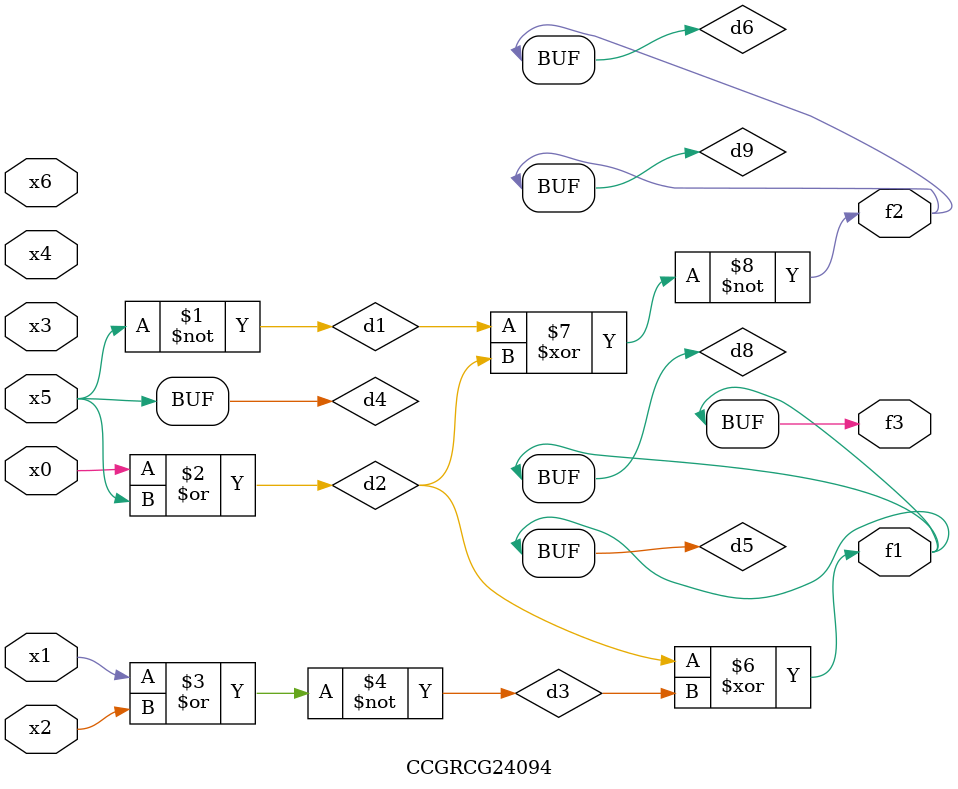
<source format=v>
module CCGRCG24094(
	input x0, x1, x2, x3, x4, x5, x6,
	output f1, f2, f3
);

	wire d1, d2, d3, d4, d5, d6, d7, d8, d9;

	nand (d1, x5);
	or (d2, x0, x5);
	nor (d3, x1, x2);
	xnor (d4, d1);
	xor (d5, d2, d3);
	xnor (d6, d1, d2);
	not (d7, x4);
	buf (d8, d5);
	xor (d9, d6);
	assign f1 = d8;
	assign f2 = d9;
	assign f3 = d8;
endmodule

</source>
